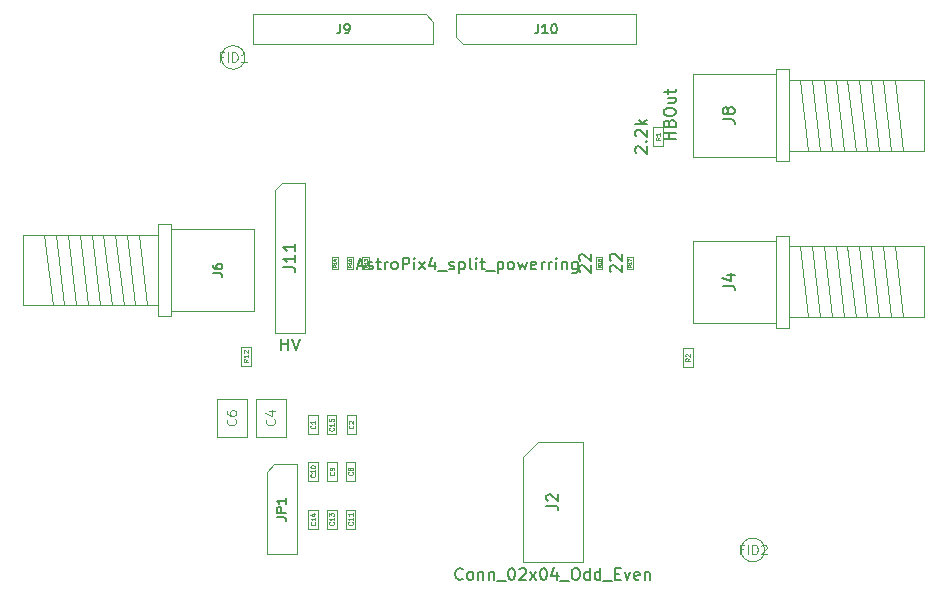
<source format=gbr>
G04 #@! TF.GenerationSoftware,KiCad,Pcbnew,7.0.7-7.0.7~ubuntu22.04.1*
G04 #@! TF.CreationDate,2023-09-29T12:00:57+02:00*
G04 #@! TF.ProjectId,astropix_v4,61737472-6f70-4697-985f-76342e6b6963,1.0*
G04 #@! TF.SameCoordinates,Original*
G04 #@! TF.FileFunction,AssemblyDrawing,Top*
%FSLAX46Y46*%
G04 Gerber Fmt 4.6, Leading zero omitted, Abs format (unit mm)*
G04 Created by KiCad (PCBNEW 7.0.7-7.0.7~ubuntu22.04.1) date 2023-09-29 12:00:57*
%MOMM*%
%LPD*%
G01*
G04 APERTURE LIST*
%ADD10C,0.060000*%
%ADD11C,0.150000*%
%ADD12C,0.120000*%
%ADD13C,0.040000*%
%ADD14C,0.100000*%
G04 APERTURE END LIST*
D10*
X120895432Y-92116266D02*
X120914480Y-92135314D01*
X120914480Y-92135314D02*
X120933527Y-92192456D01*
X120933527Y-92192456D02*
X120933527Y-92230552D01*
X120933527Y-92230552D02*
X120914480Y-92287695D01*
X120914480Y-92287695D02*
X120876384Y-92325790D01*
X120876384Y-92325790D02*
X120838289Y-92344837D01*
X120838289Y-92344837D02*
X120762099Y-92363885D01*
X120762099Y-92363885D02*
X120704956Y-92363885D01*
X120704956Y-92363885D02*
X120628765Y-92344837D01*
X120628765Y-92344837D02*
X120590670Y-92325790D01*
X120590670Y-92325790D02*
X120552575Y-92287695D01*
X120552575Y-92287695D02*
X120533527Y-92230552D01*
X120533527Y-92230552D02*
X120533527Y-92192456D01*
X120533527Y-92192456D02*
X120552575Y-92135314D01*
X120552575Y-92135314D02*
X120571622Y-92116266D01*
X120704956Y-91887695D02*
X120685908Y-91925790D01*
X120685908Y-91925790D02*
X120666860Y-91944837D01*
X120666860Y-91944837D02*
X120628765Y-91963885D01*
X120628765Y-91963885D02*
X120609718Y-91963885D01*
X120609718Y-91963885D02*
X120571622Y-91944837D01*
X120571622Y-91944837D02*
X120552575Y-91925790D01*
X120552575Y-91925790D02*
X120533527Y-91887695D01*
X120533527Y-91887695D02*
X120533527Y-91811504D01*
X120533527Y-91811504D02*
X120552575Y-91773409D01*
X120552575Y-91773409D02*
X120571622Y-91754361D01*
X120571622Y-91754361D02*
X120609718Y-91735314D01*
X120609718Y-91735314D02*
X120628765Y-91735314D01*
X120628765Y-91735314D02*
X120666860Y-91754361D01*
X120666860Y-91754361D02*
X120685908Y-91773409D01*
X120685908Y-91773409D02*
X120704956Y-91811504D01*
X120704956Y-91811504D02*
X120704956Y-91887695D01*
X120704956Y-91887695D02*
X120724003Y-91925790D01*
X120724003Y-91925790D02*
X120743051Y-91944837D01*
X120743051Y-91944837D02*
X120781146Y-91963885D01*
X120781146Y-91963885D02*
X120857337Y-91963885D01*
X120857337Y-91963885D02*
X120895432Y-91944837D01*
X120895432Y-91944837D02*
X120914480Y-91925790D01*
X120914480Y-91925790D02*
X120933527Y-91887695D01*
X120933527Y-91887695D02*
X120933527Y-91811504D01*
X120933527Y-91811504D02*
X120914480Y-91773409D01*
X120914480Y-91773409D02*
X120895432Y-91754361D01*
X120895432Y-91754361D02*
X120857337Y-91735314D01*
X120857337Y-91735314D02*
X120781146Y-91735314D01*
X120781146Y-91735314D02*
X120743051Y-91754361D01*
X120743051Y-91754361D02*
X120724003Y-91773409D01*
X120724003Y-91773409D02*
X120704956Y-91811504D01*
X119320632Y-92116266D02*
X119339680Y-92135314D01*
X119339680Y-92135314D02*
X119358727Y-92192456D01*
X119358727Y-92192456D02*
X119358727Y-92230552D01*
X119358727Y-92230552D02*
X119339680Y-92287695D01*
X119339680Y-92287695D02*
X119301584Y-92325790D01*
X119301584Y-92325790D02*
X119263489Y-92344837D01*
X119263489Y-92344837D02*
X119187299Y-92363885D01*
X119187299Y-92363885D02*
X119130156Y-92363885D01*
X119130156Y-92363885D02*
X119053965Y-92344837D01*
X119053965Y-92344837D02*
X119015870Y-92325790D01*
X119015870Y-92325790D02*
X118977775Y-92287695D01*
X118977775Y-92287695D02*
X118958727Y-92230552D01*
X118958727Y-92230552D02*
X118958727Y-92192456D01*
X118958727Y-92192456D02*
X118977775Y-92135314D01*
X118977775Y-92135314D02*
X118996822Y-92116266D01*
X119358727Y-91925790D02*
X119358727Y-91849599D01*
X119358727Y-91849599D02*
X119339680Y-91811504D01*
X119339680Y-91811504D02*
X119320632Y-91792456D01*
X119320632Y-91792456D02*
X119263489Y-91754361D01*
X119263489Y-91754361D02*
X119187299Y-91735314D01*
X119187299Y-91735314D02*
X119034918Y-91735314D01*
X119034918Y-91735314D02*
X118996822Y-91754361D01*
X118996822Y-91754361D02*
X118977775Y-91773409D01*
X118977775Y-91773409D02*
X118958727Y-91811504D01*
X118958727Y-91811504D02*
X118958727Y-91887695D01*
X118958727Y-91887695D02*
X118977775Y-91925790D01*
X118977775Y-91925790D02*
X118996822Y-91944837D01*
X118996822Y-91944837D02*
X119034918Y-91963885D01*
X119034918Y-91963885D02*
X119130156Y-91963885D01*
X119130156Y-91963885D02*
X119168251Y-91944837D01*
X119168251Y-91944837D02*
X119187299Y-91925790D01*
X119187299Y-91925790D02*
X119206346Y-91887695D01*
X119206346Y-91887695D02*
X119206346Y-91811504D01*
X119206346Y-91811504D02*
X119187299Y-91773409D01*
X119187299Y-91773409D02*
X119168251Y-91754361D01*
X119168251Y-91754361D02*
X119130156Y-91735314D01*
X117695032Y-92306742D02*
X117714080Y-92325790D01*
X117714080Y-92325790D02*
X117733127Y-92382932D01*
X117733127Y-92382932D02*
X117733127Y-92421028D01*
X117733127Y-92421028D02*
X117714080Y-92478171D01*
X117714080Y-92478171D02*
X117675984Y-92516266D01*
X117675984Y-92516266D02*
X117637889Y-92535313D01*
X117637889Y-92535313D02*
X117561699Y-92554361D01*
X117561699Y-92554361D02*
X117504556Y-92554361D01*
X117504556Y-92554361D02*
X117428365Y-92535313D01*
X117428365Y-92535313D02*
X117390270Y-92516266D01*
X117390270Y-92516266D02*
X117352175Y-92478171D01*
X117352175Y-92478171D02*
X117333127Y-92421028D01*
X117333127Y-92421028D02*
X117333127Y-92382932D01*
X117333127Y-92382932D02*
X117352175Y-92325790D01*
X117352175Y-92325790D02*
X117371222Y-92306742D01*
X117733127Y-91925790D02*
X117733127Y-92154361D01*
X117733127Y-92040075D02*
X117333127Y-92040075D01*
X117333127Y-92040075D02*
X117390270Y-92078171D01*
X117390270Y-92078171D02*
X117428365Y-92116266D01*
X117428365Y-92116266D02*
X117447413Y-92154361D01*
X117333127Y-91678171D02*
X117333127Y-91640076D01*
X117333127Y-91640076D02*
X117352175Y-91601980D01*
X117352175Y-91601980D02*
X117371222Y-91582933D01*
X117371222Y-91582933D02*
X117409318Y-91563885D01*
X117409318Y-91563885D02*
X117485508Y-91544838D01*
X117485508Y-91544838D02*
X117580746Y-91544838D01*
X117580746Y-91544838D02*
X117656937Y-91563885D01*
X117656937Y-91563885D02*
X117695032Y-91582933D01*
X117695032Y-91582933D02*
X117714080Y-91601980D01*
X117714080Y-91601980D02*
X117733127Y-91640076D01*
X117733127Y-91640076D02*
X117733127Y-91678171D01*
X117733127Y-91678171D02*
X117714080Y-91716266D01*
X117714080Y-91716266D02*
X117695032Y-91735314D01*
X117695032Y-91735314D02*
X117656937Y-91754361D01*
X117656937Y-91754361D02*
X117580746Y-91773409D01*
X117580746Y-91773409D02*
X117485508Y-91773409D01*
X117485508Y-91773409D02*
X117409318Y-91754361D01*
X117409318Y-91754361D02*
X117371222Y-91735314D01*
X117371222Y-91735314D02*
X117352175Y-91716266D01*
X117352175Y-91716266D02*
X117333127Y-91678171D01*
D11*
X109082295Y-75266666D02*
X109653723Y-75266666D01*
X109653723Y-75266666D02*
X109768009Y-75304761D01*
X109768009Y-75304761D02*
X109844200Y-75380952D01*
X109844200Y-75380952D02*
X109882295Y-75495237D01*
X109882295Y-75495237D02*
X109882295Y-75571428D01*
X109082295Y-74542856D02*
X109082295Y-74695237D01*
X109082295Y-74695237D02*
X109120390Y-74771428D01*
X109120390Y-74771428D02*
X109158485Y-74809523D01*
X109158485Y-74809523D02*
X109272771Y-74885713D01*
X109272771Y-74885713D02*
X109425152Y-74923809D01*
X109425152Y-74923809D02*
X109729914Y-74923809D01*
X109729914Y-74923809D02*
X109806104Y-74885713D01*
X109806104Y-74885713D02*
X109844200Y-74847618D01*
X109844200Y-74847618D02*
X109882295Y-74771428D01*
X109882295Y-74771428D02*
X109882295Y-74619047D01*
X109882295Y-74619047D02*
X109844200Y-74542856D01*
X109844200Y-74542856D02*
X109806104Y-74504761D01*
X109806104Y-74504761D02*
X109729914Y-74466666D01*
X109729914Y-74466666D02*
X109539438Y-74466666D01*
X109539438Y-74466666D02*
X109463247Y-74504761D01*
X109463247Y-74504761D02*
X109425152Y-74542856D01*
X109425152Y-74542856D02*
X109387057Y-74619047D01*
X109387057Y-74619047D02*
X109387057Y-74771428D01*
X109387057Y-74771428D02*
X109425152Y-74847618D01*
X109425152Y-74847618D02*
X109463247Y-74885713D01*
X109463247Y-74885713D02*
X109539438Y-74923809D01*
X119875333Y-54172295D02*
X119875333Y-54743723D01*
X119875333Y-54743723D02*
X119837238Y-54858009D01*
X119837238Y-54858009D02*
X119761047Y-54934200D01*
X119761047Y-54934200D02*
X119646762Y-54972295D01*
X119646762Y-54972295D02*
X119570571Y-54972295D01*
X120294381Y-54972295D02*
X120446762Y-54972295D01*
X120446762Y-54972295D02*
X120522952Y-54934200D01*
X120522952Y-54934200D02*
X120561048Y-54896104D01*
X120561048Y-54896104D02*
X120637238Y-54781819D01*
X120637238Y-54781819D02*
X120675333Y-54629438D01*
X120675333Y-54629438D02*
X120675333Y-54324676D01*
X120675333Y-54324676D02*
X120637238Y-54248485D01*
X120637238Y-54248485D02*
X120599143Y-54210390D01*
X120599143Y-54210390D02*
X120522952Y-54172295D01*
X120522952Y-54172295D02*
X120370571Y-54172295D01*
X120370571Y-54172295D02*
X120294381Y-54210390D01*
X120294381Y-54210390D02*
X120256286Y-54248485D01*
X120256286Y-54248485D02*
X120218190Y-54324676D01*
X120218190Y-54324676D02*
X120218190Y-54515152D01*
X120218190Y-54515152D02*
X120256286Y-54591342D01*
X120256286Y-54591342D02*
X120294381Y-54629438D01*
X120294381Y-54629438D02*
X120370571Y-54667533D01*
X120370571Y-54667533D02*
X120522952Y-54667533D01*
X120522952Y-54667533D02*
X120599143Y-54629438D01*
X120599143Y-54629438D02*
X120637238Y-54591342D01*
X120637238Y-54591342D02*
X120675333Y-54515152D01*
D12*
X110980864Y-87636332D02*
X111018960Y-87674428D01*
X111018960Y-87674428D02*
X111057055Y-87788713D01*
X111057055Y-87788713D02*
X111057055Y-87864904D01*
X111057055Y-87864904D02*
X111018960Y-87979190D01*
X111018960Y-87979190D02*
X110942769Y-88055380D01*
X110942769Y-88055380D02*
X110866579Y-88093475D01*
X110866579Y-88093475D02*
X110714198Y-88131571D01*
X110714198Y-88131571D02*
X110599912Y-88131571D01*
X110599912Y-88131571D02*
X110447531Y-88093475D01*
X110447531Y-88093475D02*
X110371340Y-88055380D01*
X110371340Y-88055380D02*
X110295150Y-87979190D01*
X110295150Y-87979190D02*
X110257055Y-87864904D01*
X110257055Y-87864904D02*
X110257055Y-87788713D01*
X110257055Y-87788713D02*
X110295150Y-87674428D01*
X110295150Y-87674428D02*
X110333245Y-87636332D01*
X110257055Y-86950618D02*
X110257055Y-87102999D01*
X110257055Y-87102999D02*
X110295150Y-87179190D01*
X110295150Y-87179190D02*
X110333245Y-87217285D01*
X110333245Y-87217285D02*
X110447531Y-87293475D01*
X110447531Y-87293475D02*
X110599912Y-87331571D01*
X110599912Y-87331571D02*
X110904674Y-87331571D01*
X110904674Y-87331571D02*
X110980864Y-87293475D01*
X110980864Y-87293475D02*
X111018960Y-87255380D01*
X111018960Y-87255380D02*
X111057055Y-87179190D01*
X111057055Y-87179190D02*
X111057055Y-87026809D01*
X111057055Y-87026809D02*
X111018960Y-86950618D01*
X111018960Y-86950618D02*
X110980864Y-86912523D01*
X110980864Y-86912523D02*
X110904674Y-86874428D01*
X110904674Y-86874428D02*
X110714198Y-86874428D01*
X110714198Y-86874428D02*
X110638007Y-86912523D01*
X110638007Y-86912523D02*
X110599912Y-86950618D01*
X110599912Y-86950618D02*
X110561817Y-87026809D01*
X110561817Y-87026809D02*
X110561817Y-87179190D01*
X110561817Y-87179190D02*
X110599912Y-87255380D01*
X110599912Y-87255380D02*
X110638007Y-87293475D01*
X110638007Y-87293475D02*
X110714198Y-87331571D01*
X114282864Y-87636332D02*
X114320960Y-87674428D01*
X114320960Y-87674428D02*
X114359055Y-87788713D01*
X114359055Y-87788713D02*
X114359055Y-87864904D01*
X114359055Y-87864904D02*
X114320960Y-87979190D01*
X114320960Y-87979190D02*
X114244769Y-88055380D01*
X114244769Y-88055380D02*
X114168579Y-88093475D01*
X114168579Y-88093475D02*
X114016198Y-88131571D01*
X114016198Y-88131571D02*
X113901912Y-88131571D01*
X113901912Y-88131571D02*
X113749531Y-88093475D01*
X113749531Y-88093475D02*
X113673340Y-88055380D01*
X113673340Y-88055380D02*
X113597150Y-87979190D01*
X113597150Y-87979190D02*
X113559055Y-87864904D01*
X113559055Y-87864904D02*
X113559055Y-87788713D01*
X113559055Y-87788713D02*
X113597150Y-87674428D01*
X113597150Y-87674428D02*
X113635245Y-87636332D01*
X113825721Y-86950618D02*
X114359055Y-86950618D01*
X113520960Y-87141094D02*
X114092388Y-87331571D01*
X114092388Y-87331571D02*
X114092388Y-86836332D01*
D10*
X153942857Y-98647927D02*
X153676191Y-98647927D01*
X153676191Y-99066975D02*
X153676191Y-98266975D01*
X153676191Y-98266975D02*
X154057143Y-98266975D01*
X154361905Y-99066975D02*
X154361905Y-98266975D01*
X154742857Y-99066975D02*
X154742857Y-98266975D01*
X154742857Y-98266975D02*
X154933333Y-98266975D01*
X154933333Y-98266975D02*
X155047619Y-98305070D01*
X155047619Y-98305070D02*
X155123809Y-98381260D01*
X155123809Y-98381260D02*
X155161904Y-98457451D01*
X155161904Y-98457451D02*
X155200000Y-98609832D01*
X155200000Y-98609832D02*
X155200000Y-98724118D01*
X155200000Y-98724118D02*
X155161904Y-98876499D01*
X155161904Y-98876499D02*
X155123809Y-98952689D01*
X155123809Y-98952689D02*
X155047619Y-99028880D01*
X155047619Y-99028880D02*
X154933333Y-99066975D01*
X154933333Y-99066975D02*
X154742857Y-99066975D01*
X155504761Y-98343165D02*
X155542857Y-98305070D01*
X155542857Y-98305070D02*
X155619047Y-98266975D01*
X155619047Y-98266975D02*
X155809523Y-98266975D01*
X155809523Y-98266975D02*
X155885714Y-98305070D01*
X155885714Y-98305070D02*
X155923809Y-98343165D01*
X155923809Y-98343165D02*
X155961904Y-98419356D01*
X155961904Y-98419356D02*
X155961904Y-98495546D01*
X155961904Y-98495546D02*
X155923809Y-98609832D01*
X155923809Y-98609832D02*
X155466666Y-99066975D01*
X155466666Y-99066975D02*
X155961904Y-99066975D01*
D11*
X136639380Y-54172295D02*
X136639380Y-54743723D01*
X136639380Y-54743723D02*
X136601285Y-54858009D01*
X136601285Y-54858009D02*
X136525094Y-54934200D01*
X136525094Y-54934200D02*
X136410809Y-54972295D01*
X136410809Y-54972295D02*
X136334618Y-54972295D01*
X137439380Y-54972295D02*
X136982237Y-54972295D01*
X137210809Y-54972295D02*
X137210809Y-54172295D01*
X137210809Y-54172295D02*
X137134618Y-54286580D01*
X137134618Y-54286580D02*
X137058428Y-54362771D01*
X137058428Y-54362771D02*
X136982237Y-54400866D01*
X137934619Y-54172295D02*
X138010809Y-54172295D01*
X138010809Y-54172295D02*
X138087000Y-54210390D01*
X138087000Y-54210390D02*
X138125095Y-54248485D01*
X138125095Y-54248485D02*
X138163190Y-54324676D01*
X138163190Y-54324676D02*
X138201285Y-54477057D01*
X138201285Y-54477057D02*
X138201285Y-54667533D01*
X138201285Y-54667533D02*
X138163190Y-54819914D01*
X138163190Y-54819914D02*
X138125095Y-54896104D01*
X138125095Y-54896104D02*
X138087000Y-54934200D01*
X138087000Y-54934200D02*
X138010809Y-54972295D01*
X138010809Y-54972295D02*
X137934619Y-54972295D01*
X137934619Y-54972295D02*
X137858428Y-54934200D01*
X137858428Y-54934200D02*
X137820333Y-54896104D01*
X137820333Y-54896104D02*
X137782238Y-54819914D01*
X137782238Y-54819914D02*
X137744142Y-54667533D01*
X137744142Y-54667533D02*
X137744142Y-54477057D01*
X137744142Y-54477057D02*
X137782238Y-54324676D01*
X137782238Y-54324676D02*
X137820333Y-54248485D01*
X137820333Y-54248485D02*
X137858428Y-54210390D01*
X137858428Y-54210390D02*
X137934619Y-54172295D01*
X114471895Y-95916666D02*
X115043323Y-95916666D01*
X115043323Y-95916666D02*
X115157609Y-95954761D01*
X115157609Y-95954761D02*
X115233800Y-96030952D01*
X115233800Y-96030952D02*
X115271895Y-96145237D01*
X115271895Y-96145237D02*
X115271895Y-96221428D01*
X115271895Y-95535713D02*
X114471895Y-95535713D01*
X114471895Y-95535713D02*
X114471895Y-95230951D01*
X114471895Y-95230951D02*
X114509990Y-95154761D01*
X114509990Y-95154761D02*
X114548085Y-95116666D01*
X114548085Y-95116666D02*
X114624276Y-95078570D01*
X114624276Y-95078570D02*
X114738561Y-95078570D01*
X114738561Y-95078570D02*
X114814752Y-95116666D01*
X114814752Y-95116666D02*
X114852847Y-95154761D01*
X114852847Y-95154761D02*
X114890942Y-95230951D01*
X114890942Y-95230951D02*
X114890942Y-95535713D01*
X115271895Y-94316666D02*
X115271895Y-94773809D01*
X115271895Y-94545237D02*
X114471895Y-94545237D01*
X114471895Y-94545237D02*
X114586180Y-94621428D01*
X114586180Y-94621428D02*
X114662371Y-94697618D01*
X114662371Y-94697618D02*
X114700466Y-94773809D01*
D10*
X120895432Y-96345342D02*
X120914480Y-96364390D01*
X120914480Y-96364390D02*
X120933527Y-96421532D01*
X120933527Y-96421532D02*
X120933527Y-96459628D01*
X120933527Y-96459628D02*
X120914480Y-96516771D01*
X120914480Y-96516771D02*
X120876384Y-96554866D01*
X120876384Y-96554866D02*
X120838289Y-96573913D01*
X120838289Y-96573913D02*
X120762099Y-96592961D01*
X120762099Y-96592961D02*
X120704956Y-96592961D01*
X120704956Y-96592961D02*
X120628765Y-96573913D01*
X120628765Y-96573913D02*
X120590670Y-96554866D01*
X120590670Y-96554866D02*
X120552575Y-96516771D01*
X120552575Y-96516771D02*
X120533527Y-96459628D01*
X120533527Y-96459628D02*
X120533527Y-96421532D01*
X120533527Y-96421532D02*
X120552575Y-96364390D01*
X120552575Y-96364390D02*
X120571622Y-96345342D01*
X120933527Y-95964390D02*
X120933527Y-96192961D01*
X120933527Y-96078675D02*
X120533527Y-96078675D01*
X120533527Y-96078675D02*
X120590670Y-96116771D01*
X120590670Y-96116771D02*
X120628765Y-96154866D01*
X120628765Y-96154866D02*
X120647813Y-96192961D01*
X120933527Y-95583438D02*
X120933527Y-95812009D01*
X120933527Y-95697723D02*
X120533527Y-95697723D01*
X120533527Y-95697723D02*
X120590670Y-95735819D01*
X120590670Y-95735819D02*
X120628765Y-95773914D01*
X120628765Y-95773914D02*
X120647813Y-95812009D01*
X119295232Y-96345342D02*
X119314280Y-96364390D01*
X119314280Y-96364390D02*
X119333327Y-96421532D01*
X119333327Y-96421532D02*
X119333327Y-96459628D01*
X119333327Y-96459628D02*
X119314280Y-96516771D01*
X119314280Y-96516771D02*
X119276184Y-96554866D01*
X119276184Y-96554866D02*
X119238089Y-96573913D01*
X119238089Y-96573913D02*
X119161899Y-96592961D01*
X119161899Y-96592961D02*
X119104756Y-96592961D01*
X119104756Y-96592961D02*
X119028565Y-96573913D01*
X119028565Y-96573913D02*
X118990470Y-96554866D01*
X118990470Y-96554866D02*
X118952375Y-96516771D01*
X118952375Y-96516771D02*
X118933327Y-96459628D01*
X118933327Y-96459628D02*
X118933327Y-96421532D01*
X118933327Y-96421532D02*
X118952375Y-96364390D01*
X118952375Y-96364390D02*
X118971422Y-96345342D01*
X119333327Y-95964390D02*
X119333327Y-96192961D01*
X119333327Y-96078675D02*
X118933327Y-96078675D01*
X118933327Y-96078675D02*
X118990470Y-96116771D01*
X118990470Y-96116771D02*
X119028565Y-96154866D01*
X119028565Y-96154866D02*
X119047613Y-96192961D01*
X118933327Y-95831057D02*
X118933327Y-95583438D01*
X118933327Y-95583438D02*
X119085708Y-95716771D01*
X119085708Y-95716771D02*
X119085708Y-95659628D01*
X119085708Y-95659628D02*
X119104756Y-95621533D01*
X119104756Y-95621533D02*
X119123803Y-95602485D01*
X119123803Y-95602485D02*
X119161899Y-95583438D01*
X119161899Y-95583438D02*
X119257137Y-95583438D01*
X119257137Y-95583438D02*
X119295232Y-95602485D01*
X119295232Y-95602485D02*
X119314280Y-95621533D01*
X119314280Y-95621533D02*
X119333327Y-95659628D01*
X119333327Y-95659628D02*
X119333327Y-95773914D01*
X119333327Y-95773914D02*
X119314280Y-95812009D01*
X119314280Y-95812009D02*
X119295232Y-95831057D01*
X112081927Y-82557142D02*
X111891451Y-82690475D01*
X112081927Y-82785713D02*
X111681927Y-82785713D01*
X111681927Y-82785713D02*
X111681927Y-82633332D01*
X111681927Y-82633332D02*
X111700975Y-82595237D01*
X111700975Y-82595237D02*
X111720022Y-82576190D01*
X111720022Y-82576190D02*
X111758118Y-82557142D01*
X111758118Y-82557142D02*
X111815260Y-82557142D01*
X111815260Y-82557142D02*
X111853356Y-82576190D01*
X111853356Y-82576190D02*
X111872403Y-82595237D01*
X111872403Y-82595237D02*
X111891451Y-82633332D01*
X111891451Y-82633332D02*
X111891451Y-82785713D01*
X112081927Y-82176190D02*
X112081927Y-82404761D01*
X112081927Y-82290475D02*
X111681927Y-82290475D01*
X111681927Y-82290475D02*
X111739070Y-82328571D01*
X111739070Y-82328571D02*
X111777165Y-82366666D01*
X111777165Y-82366666D02*
X111796213Y-82404761D01*
X111720022Y-82023809D02*
X111700975Y-82004761D01*
X111700975Y-82004761D02*
X111681927Y-81966666D01*
X111681927Y-81966666D02*
X111681927Y-81871428D01*
X111681927Y-81871428D02*
X111700975Y-81833333D01*
X111700975Y-81833333D02*
X111720022Y-81814285D01*
X111720022Y-81814285D02*
X111758118Y-81795238D01*
X111758118Y-81795238D02*
X111796213Y-81795238D01*
X111796213Y-81795238D02*
X111853356Y-81814285D01*
X111853356Y-81814285D02*
X112081927Y-82042857D01*
X112081927Y-82042857D02*
X112081927Y-81795238D01*
X117720432Y-96345342D02*
X117739480Y-96364390D01*
X117739480Y-96364390D02*
X117758527Y-96421532D01*
X117758527Y-96421532D02*
X117758527Y-96459628D01*
X117758527Y-96459628D02*
X117739480Y-96516771D01*
X117739480Y-96516771D02*
X117701384Y-96554866D01*
X117701384Y-96554866D02*
X117663289Y-96573913D01*
X117663289Y-96573913D02*
X117587099Y-96592961D01*
X117587099Y-96592961D02*
X117529956Y-96592961D01*
X117529956Y-96592961D02*
X117453765Y-96573913D01*
X117453765Y-96573913D02*
X117415670Y-96554866D01*
X117415670Y-96554866D02*
X117377575Y-96516771D01*
X117377575Y-96516771D02*
X117358527Y-96459628D01*
X117358527Y-96459628D02*
X117358527Y-96421532D01*
X117358527Y-96421532D02*
X117377575Y-96364390D01*
X117377575Y-96364390D02*
X117396622Y-96345342D01*
X117758527Y-95964390D02*
X117758527Y-96192961D01*
X117758527Y-96078675D02*
X117358527Y-96078675D01*
X117358527Y-96078675D02*
X117415670Y-96116771D01*
X117415670Y-96116771D02*
X117453765Y-96154866D01*
X117453765Y-96154866D02*
X117472813Y-96192961D01*
X117491860Y-95621533D02*
X117758527Y-95621533D01*
X117339480Y-95716771D02*
X117625194Y-95812009D01*
X117625194Y-95812009D02*
X117625194Y-95564390D01*
D13*
X122118200Y-74567142D02*
X121994391Y-74653809D01*
X122118200Y-74715714D02*
X121858200Y-74715714D01*
X121858200Y-74715714D02*
X121858200Y-74616666D01*
X121858200Y-74616666D02*
X121870581Y-74591904D01*
X121870581Y-74591904D02*
X121882962Y-74579523D01*
X121882962Y-74579523D02*
X121907724Y-74567142D01*
X121907724Y-74567142D02*
X121944867Y-74567142D01*
X121944867Y-74567142D02*
X121969629Y-74579523D01*
X121969629Y-74579523D02*
X121982010Y-74591904D01*
X121982010Y-74591904D02*
X121994391Y-74616666D01*
X121994391Y-74616666D02*
X121994391Y-74715714D01*
X122118200Y-74319523D02*
X122118200Y-74468095D01*
X122118200Y-74393809D02*
X121858200Y-74393809D01*
X121858200Y-74393809D02*
X121895343Y-74418571D01*
X121895343Y-74418571D02*
X121920105Y-74443333D01*
X121920105Y-74443333D02*
X121932486Y-74468095D01*
X121858200Y-74232857D02*
X121858200Y-74071904D01*
X121858200Y-74071904D02*
X121957248Y-74158571D01*
X121957248Y-74158571D02*
X121957248Y-74121428D01*
X121957248Y-74121428D02*
X121969629Y-74096666D01*
X121969629Y-74096666D02*
X121982010Y-74084285D01*
X121982010Y-74084285D02*
X122006772Y-74071904D01*
X122006772Y-74071904D02*
X122068677Y-74071904D01*
X122068677Y-74071904D02*
X122093439Y-74084285D01*
X122093439Y-74084285D02*
X122105820Y-74096666D01*
X122105820Y-74096666D02*
X122118200Y-74121428D01*
X122118200Y-74121428D02*
X122118200Y-74195714D01*
X122118200Y-74195714D02*
X122105820Y-74220476D01*
X122105820Y-74220476D02*
X122093439Y-74232857D01*
X119518200Y-74567142D02*
X119394391Y-74653809D01*
X119518200Y-74715714D02*
X119258200Y-74715714D01*
X119258200Y-74715714D02*
X119258200Y-74616666D01*
X119258200Y-74616666D02*
X119270581Y-74591904D01*
X119270581Y-74591904D02*
X119282962Y-74579523D01*
X119282962Y-74579523D02*
X119307724Y-74567142D01*
X119307724Y-74567142D02*
X119344867Y-74567142D01*
X119344867Y-74567142D02*
X119369629Y-74579523D01*
X119369629Y-74579523D02*
X119382010Y-74591904D01*
X119382010Y-74591904D02*
X119394391Y-74616666D01*
X119394391Y-74616666D02*
X119394391Y-74715714D01*
X119518200Y-74319523D02*
X119518200Y-74468095D01*
X119518200Y-74393809D02*
X119258200Y-74393809D01*
X119258200Y-74393809D02*
X119295343Y-74418571D01*
X119295343Y-74418571D02*
X119320105Y-74443333D01*
X119320105Y-74443333D02*
X119332486Y-74468095D01*
X119344867Y-74096666D02*
X119518200Y-74096666D01*
X119245820Y-74158571D02*
X119431534Y-74220476D01*
X119431534Y-74220476D02*
X119431534Y-74059523D01*
X120818200Y-74567142D02*
X120694391Y-74653809D01*
X120818200Y-74715714D02*
X120558200Y-74715714D01*
X120558200Y-74715714D02*
X120558200Y-74616666D01*
X120558200Y-74616666D02*
X120570581Y-74591904D01*
X120570581Y-74591904D02*
X120582962Y-74579523D01*
X120582962Y-74579523D02*
X120607724Y-74567142D01*
X120607724Y-74567142D02*
X120644867Y-74567142D01*
X120644867Y-74567142D02*
X120669629Y-74579523D01*
X120669629Y-74579523D02*
X120682010Y-74591904D01*
X120682010Y-74591904D02*
X120694391Y-74616666D01*
X120694391Y-74616666D02*
X120694391Y-74715714D01*
X120818200Y-74319523D02*
X120818200Y-74468095D01*
X120818200Y-74393809D02*
X120558200Y-74393809D01*
X120558200Y-74393809D02*
X120595343Y-74418571D01*
X120595343Y-74418571D02*
X120620105Y-74443333D01*
X120620105Y-74443333D02*
X120632486Y-74468095D01*
X120558200Y-74158571D02*
X120558200Y-74133809D01*
X120558200Y-74133809D02*
X120570581Y-74109047D01*
X120570581Y-74109047D02*
X120582962Y-74096666D01*
X120582962Y-74096666D02*
X120607724Y-74084285D01*
X120607724Y-74084285D02*
X120657248Y-74071904D01*
X120657248Y-74071904D02*
X120719153Y-74071904D01*
X120719153Y-74071904D02*
X120768677Y-74084285D01*
X120768677Y-74084285D02*
X120793439Y-74096666D01*
X120793439Y-74096666D02*
X120805820Y-74109047D01*
X120805820Y-74109047D02*
X120818200Y-74133809D01*
X120818200Y-74133809D02*
X120818200Y-74158571D01*
X120818200Y-74158571D02*
X120805820Y-74183333D01*
X120805820Y-74183333D02*
X120793439Y-74195714D01*
X120793439Y-74195714D02*
X120768677Y-74208095D01*
X120768677Y-74208095D02*
X120719153Y-74220476D01*
X120719153Y-74220476D02*
X120657248Y-74220476D01*
X120657248Y-74220476D02*
X120607724Y-74208095D01*
X120607724Y-74208095D02*
X120582962Y-74195714D01*
X120582962Y-74195714D02*
X120570581Y-74183333D01*
X120570581Y-74183333D02*
X120558200Y-74158571D01*
D10*
X109942857Y-56947927D02*
X109676191Y-56947927D01*
X109676191Y-57366975D02*
X109676191Y-56566975D01*
X109676191Y-56566975D02*
X110057143Y-56566975D01*
X110361905Y-57366975D02*
X110361905Y-56566975D01*
X110742857Y-57366975D02*
X110742857Y-56566975D01*
X110742857Y-56566975D02*
X110933333Y-56566975D01*
X110933333Y-56566975D02*
X111047619Y-56605070D01*
X111047619Y-56605070D02*
X111123809Y-56681260D01*
X111123809Y-56681260D02*
X111161904Y-56757451D01*
X111161904Y-56757451D02*
X111200000Y-56909832D01*
X111200000Y-56909832D02*
X111200000Y-57024118D01*
X111200000Y-57024118D02*
X111161904Y-57176499D01*
X111161904Y-57176499D02*
X111123809Y-57252689D01*
X111123809Y-57252689D02*
X111047619Y-57328880D01*
X111047619Y-57328880D02*
X110933333Y-57366975D01*
X110933333Y-57366975D02*
X110742857Y-57366975D01*
X111961904Y-57366975D02*
X111504761Y-57366975D01*
X111733333Y-57366975D02*
X111733333Y-56566975D01*
X111733333Y-56566975D02*
X111657142Y-56681260D01*
X111657142Y-56681260D02*
X111580952Y-56757451D01*
X111580952Y-56757451D02*
X111504761Y-56795546D01*
D11*
X140180057Y-75161904D02*
X140132438Y-75114285D01*
X140132438Y-75114285D02*
X140084819Y-75019047D01*
X140084819Y-75019047D02*
X140084819Y-74780952D01*
X140084819Y-74780952D02*
X140132438Y-74685714D01*
X140132438Y-74685714D02*
X140180057Y-74638095D01*
X140180057Y-74638095D02*
X140275295Y-74590476D01*
X140275295Y-74590476D02*
X140370533Y-74590476D01*
X140370533Y-74590476D02*
X140513390Y-74638095D01*
X140513390Y-74638095D02*
X141084819Y-75209523D01*
X141084819Y-75209523D02*
X141084819Y-74590476D01*
X140180057Y-74209523D02*
X140132438Y-74161904D01*
X140132438Y-74161904D02*
X140084819Y-74066666D01*
X140084819Y-74066666D02*
X140084819Y-73828571D01*
X140084819Y-73828571D02*
X140132438Y-73733333D01*
X140132438Y-73733333D02*
X140180057Y-73685714D01*
X140180057Y-73685714D02*
X140275295Y-73638095D01*
X140275295Y-73638095D02*
X140370533Y-73638095D01*
X140370533Y-73638095D02*
X140513390Y-73685714D01*
X140513390Y-73685714D02*
X141084819Y-74257142D01*
X141084819Y-74257142D02*
X141084819Y-73638095D01*
D13*
X141918200Y-74567142D02*
X141794391Y-74653809D01*
X141918200Y-74715714D02*
X141658200Y-74715714D01*
X141658200Y-74715714D02*
X141658200Y-74616666D01*
X141658200Y-74616666D02*
X141670581Y-74591904D01*
X141670581Y-74591904D02*
X141682962Y-74579523D01*
X141682962Y-74579523D02*
X141707724Y-74567142D01*
X141707724Y-74567142D02*
X141744867Y-74567142D01*
X141744867Y-74567142D02*
X141769629Y-74579523D01*
X141769629Y-74579523D02*
X141782010Y-74591904D01*
X141782010Y-74591904D02*
X141794391Y-74616666D01*
X141794391Y-74616666D02*
X141794391Y-74715714D01*
X141918200Y-74319523D02*
X141918200Y-74468095D01*
X141918200Y-74393809D02*
X141658200Y-74393809D01*
X141658200Y-74393809D02*
X141695343Y-74418571D01*
X141695343Y-74418571D02*
X141720105Y-74443333D01*
X141720105Y-74443333D02*
X141732486Y-74468095D01*
X141769629Y-74170952D02*
X141757248Y-74195714D01*
X141757248Y-74195714D02*
X141744867Y-74208095D01*
X141744867Y-74208095D02*
X141720105Y-74220476D01*
X141720105Y-74220476D02*
X141707724Y-74220476D01*
X141707724Y-74220476D02*
X141682962Y-74208095D01*
X141682962Y-74208095D02*
X141670581Y-74195714D01*
X141670581Y-74195714D02*
X141658200Y-74170952D01*
X141658200Y-74170952D02*
X141658200Y-74121428D01*
X141658200Y-74121428D02*
X141670581Y-74096666D01*
X141670581Y-74096666D02*
X141682962Y-74084285D01*
X141682962Y-74084285D02*
X141707724Y-74071904D01*
X141707724Y-74071904D02*
X141720105Y-74071904D01*
X141720105Y-74071904D02*
X141744867Y-74084285D01*
X141744867Y-74084285D02*
X141757248Y-74096666D01*
X141757248Y-74096666D02*
X141769629Y-74121428D01*
X141769629Y-74121428D02*
X141769629Y-74170952D01*
X141769629Y-74170952D02*
X141782010Y-74195714D01*
X141782010Y-74195714D02*
X141794391Y-74208095D01*
X141794391Y-74208095D02*
X141819153Y-74220476D01*
X141819153Y-74220476D02*
X141868677Y-74220476D01*
X141868677Y-74220476D02*
X141893439Y-74208095D01*
X141893439Y-74208095D02*
X141905820Y-74195714D01*
X141905820Y-74195714D02*
X141918200Y-74170952D01*
X141918200Y-74170952D02*
X141918200Y-74121428D01*
X141918200Y-74121428D02*
X141905820Y-74096666D01*
X141905820Y-74096666D02*
X141893439Y-74084285D01*
X141893439Y-74084285D02*
X141868677Y-74071904D01*
X141868677Y-74071904D02*
X141819153Y-74071904D01*
X141819153Y-74071904D02*
X141794391Y-74084285D01*
X141794391Y-74084285D02*
X141782010Y-74096666D01*
X141782010Y-74096666D02*
X141769629Y-74121428D01*
D11*
X152254819Y-76333333D02*
X152969104Y-76333333D01*
X152969104Y-76333333D02*
X153111961Y-76380952D01*
X153111961Y-76380952D02*
X153207200Y-76476190D01*
X153207200Y-76476190D02*
X153254819Y-76619047D01*
X153254819Y-76619047D02*
X153254819Y-76714285D01*
X152588152Y-75428571D02*
X153254819Y-75428571D01*
X152207200Y-75666666D02*
X152921485Y-75904761D01*
X152921485Y-75904761D02*
X152921485Y-75285714D01*
D10*
X120943832Y-88166666D02*
X120962880Y-88185714D01*
X120962880Y-88185714D02*
X120981927Y-88242856D01*
X120981927Y-88242856D02*
X120981927Y-88280952D01*
X120981927Y-88280952D02*
X120962880Y-88338095D01*
X120962880Y-88338095D02*
X120924784Y-88376190D01*
X120924784Y-88376190D02*
X120886689Y-88395237D01*
X120886689Y-88395237D02*
X120810499Y-88414285D01*
X120810499Y-88414285D02*
X120753356Y-88414285D01*
X120753356Y-88414285D02*
X120677165Y-88395237D01*
X120677165Y-88395237D02*
X120639070Y-88376190D01*
X120639070Y-88376190D02*
X120600975Y-88338095D01*
X120600975Y-88338095D02*
X120581927Y-88280952D01*
X120581927Y-88280952D02*
X120581927Y-88242856D01*
X120581927Y-88242856D02*
X120600975Y-88185714D01*
X120600975Y-88185714D02*
X120620022Y-88166666D01*
X120620022Y-88014285D02*
X120600975Y-87995237D01*
X120600975Y-87995237D02*
X120581927Y-87957142D01*
X120581927Y-87957142D02*
X120581927Y-87861904D01*
X120581927Y-87861904D02*
X120600975Y-87823809D01*
X120600975Y-87823809D02*
X120620022Y-87804761D01*
X120620022Y-87804761D02*
X120658118Y-87785714D01*
X120658118Y-87785714D02*
X120696213Y-87785714D01*
X120696213Y-87785714D02*
X120753356Y-87804761D01*
X120753356Y-87804761D02*
X120981927Y-88033333D01*
X120981927Y-88033333D02*
X120981927Y-87785714D01*
D11*
X114885714Y-81804819D02*
X114885714Y-80804819D01*
X114885714Y-81281009D02*
X115457142Y-81281009D01*
X115457142Y-81804819D02*
X115457142Y-80804819D01*
X115790476Y-80804819D02*
X116123809Y-81804819D01*
X116123809Y-81804819D02*
X116457142Y-80804819D01*
X115054819Y-74749523D02*
X115769104Y-74749523D01*
X115769104Y-74749523D02*
X115911961Y-74797142D01*
X115911961Y-74797142D02*
X116007200Y-74892380D01*
X116007200Y-74892380D02*
X116054819Y-75035237D01*
X116054819Y-75035237D02*
X116054819Y-75130475D01*
X116054819Y-73749523D02*
X116054819Y-74320951D01*
X116054819Y-74035237D02*
X115054819Y-74035237D01*
X115054819Y-74035237D02*
X115197676Y-74130475D01*
X115197676Y-74130475D02*
X115292914Y-74225713D01*
X115292914Y-74225713D02*
X115340533Y-74320951D01*
X116054819Y-72797142D02*
X116054819Y-73368570D01*
X116054819Y-73082856D02*
X115054819Y-73082856D01*
X115054819Y-73082856D02*
X115197676Y-73178094D01*
X115197676Y-73178094D02*
X115292914Y-73273332D01*
X115292914Y-73273332D02*
X115340533Y-73368570D01*
D10*
X119293832Y-88357142D02*
X119312880Y-88376190D01*
X119312880Y-88376190D02*
X119331927Y-88433332D01*
X119331927Y-88433332D02*
X119331927Y-88471428D01*
X119331927Y-88471428D02*
X119312880Y-88528571D01*
X119312880Y-88528571D02*
X119274784Y-88566666D01*
X119274784Y-88566666D02*
X119236689Y-88585713D01*
X119236689Y-88585713D02*
X119160499Y-88604761D01*
X119160499Y-88604761D02*
X119103356Y-88604761D01*
X119103356Y-88604761D02*
X119027165Y-88585713D01*
X119027165Y-88585713D02*
X118989070Y-88566666D01*
X118989070Y-88566666D02*
X118950975Y-88528571D01*
X118950975Y-88528571D02*
X118931927Y-88471428D01*
X118931927Y-88471428D02*
X118931927Y-88433332D01*
X118931927Y-88433332D02*
X118950975Y-88376190D01*
X118950975Y-88376190D02*
X118970022Y-88357142D01*
X119331927Y-87976190D02*
X119331927Y-88204761D01*
X119331927Y-88090475D02*
X118931927Y-88090475D01*
X118931927Y-88090475D02*
X118989070Y-88128571D01*
X118989070Y-88128571D02*
X119027165Y-88166666D01*
X119027165Y-88166666D02*
X119046213Y-88204761D01*
X118931927Y-87614285D02*
X118931927Y-87804761D01*
X118931927Y-87804761D02*
X119122403Y-87823809D01*
X119122403Y-87823809D02*
X119103356Y-87804761D01*
X119103356Y-87804761D02*
X119084308Y-87766666D01*
X119084308Y-87766666D02*
X119084308Y-87671428D01*
X119084308Y-87671428D02*
X119103356Y-87633333D01*
X119103356Y-87633333D02*
X119122403Y-87614285D01*
X119122403Y-87614285D02*
X119160499Y-87595238D01*
X119160499Y-87595238D02*
X119255737Y-87595238D01*
X119255737Y-87595238D02*
X119293832Y-87614285D01*
X119293832Y-87614285D02*
X119312880Y-87633333D01*
X119312880Y-87633333D02*
X119331927Y-87671428D01*
X119331927Y-87671428D02*
X119331927Y-87766666D01*
X119331927Y-87766666D02*
X119312880Y-87804761D01*
X119312880Y-87804761D02*
X119293832Y-87823809D01*
D11*
X130227141Y-101129580D02*
X130179522Y-101177200D01*
X130179522Y-101177200D02*
X130036665Y-101224819D01*
X130036665Y-101224819D02*
X129941427Y-101224819D01*
X129941427Y-101224819D02*
X129798570Y-101177200D01*
X129798570Y-101177200D02*
X129703332Y-101081961D01*
X129703332Y-101081961D02*
X129655713Y-100986723D01*
X129655713Y-100986723D02*
X129608094Y-100796247D01*
X129608094Y-100796247D02*
X129608094Y-100653390D01*
X129608094Y-100653390D02*
X129655713Y-100462914D01*
X129655713Y-100462914D02*
X129703332Y-100367676D01*
X129703332Y-100367676D02*
X129798570Y-100272438D01*
X129798570Y-100272438D02*
X129941427Y-100224819D01*
X129941427Y-100224819D02*
X130036665Y-100224819D01*
X130036665Y-100224819D02*
X130179522Y-100272438D01*
X130179522Y-100272438D02*
X130227141Y-100320057D01*
X130798570Y-101224819D02*
X130703332Y-101177200D01*
X130703332Y-101177200D02*
X130655713Y-101129580D01*
X130655713Y-101129580D02*
X130608094Y-101034342D01*
X130608094Y-101034342D02*
X130608094Y-100748628D01*
X130608094Y-100748628D02*
X130655713Y-100653390D01*
X130655713Y-100653390D02*
X130703332Y-100605771D01*
X130703332Y-100605771D02*
X130798570Y-100558152D01*
X130798570Y-100558152D02*
X130941427Y-100558152D01*
X130941427Y-100558152D02*
X131036665Y-100605771D01*
X131036665Y-100605771D02*
X131084284Y-100653390D01*
X131084284Y-100653390D02*
X131131903Y-100748628D01*
X131131903Y-100748628D02*
X131131903Y-101034342D01*
X131131903Y-101034342D02*
X131084284Y-101129580D01*
X131084284Y-101129580D02*
X131036665Y-101177200D01*
X131036665Y-101177200D02*
X130941427Y-101224819D01*
X130941427Y-101224819D02*
X130798570Y-101224819D01*
X131560475Y-100558152D02*
X131560475Y-101224819D01*
X131560475Y-100653390D02*
X131608094Y-100605771D01*
X131608094Y-100605771D02*
X131703332Y-100558152D01*
X131703332Y-100558152D02*
X131846189Y-100558152D01*
X131846189Y-100558152D02*
X131941427Y-100605771D01*
X131941427Y-100605771D02*
X131989046Y-100701009D01*
X131989046Y-100701009D02*
X131989046Y-101224819D01*
X132465237Y-100558152D02*
X132465237Y-101224819D01*
X132465237Y-100653390D02*
X132512856Y-100605771D01*
X132512856Y-100605771D02*
X132608094Y-100558152D01*
X132608094Y-100558152D02*
X132750951Y-100558152D01*
X132750951Y-100558152D02*
X132846189Y-100605771D01*
X132846189Y-100605771D02*
X132893808Y-100701009D01*
X132893808Y-100701009D02*
X132893808Y-101224819D01*
X133131904Y-101320057D02*
X133893808Y-101320057D01*
X134322380Y-100224819D02*
X134417618Y-100224819D01*
X134417618Y-100224819D02*
X134512856Y-100272438D01*
X134512856Y-100272438D02*
X134560475Y-100320057D01*
X134560475Y-100320057D02*
X134608094Y-100415295D01*
X134608094Y-100415295D02*
X134655713Y-100605771D01*
X134655713Y-100605771D02*
X134655713Y-100843866D01*
X134655713Y-100843866D02*
X134608094Y-101034342D01*
X134608094Y-101034342D02*
X134560475Y-101129580D01*
X134560475Y-101129580D02*
X134512856Y-101177200D01*
X134512856Y-101177200D02*
X134417618Y-101224819D01*
X134417618Y-101224819D02*
X134322380Y-101224819D01*
X134322380Y-101224819D02*
X134227142Y-101177200D01*
X134227142Y-101177200D02*
X134179523Y-101129580D01*
X134179523Y-101129580D02*
X134131904Y-101034342D01*
X134131904Y-101034342D02*
X134084285Y-100843866D01*
X134084285Y-100843866D02*
X134084285Y-100605771D01*
X134084285Y-100605771D02*
X134131904Y-100415295D01*
X134131904Y-100415295D02*
X134179523Y-100320057D01*
X134179523Y-100320057D02*
X134227142Y-100272438D01*
X134227142Y-100272438D02*
X134322380Y-100224819D01*
X135036666Y-100320057D02*
X135084285Y-100272438D01*
X135084285Y-100272438D02*
X135179523Y-100224819D01*
X135179523Y-100224819D02*
X135417618Y-100224819D01*
X135417618Y-100224819D02*
X135512856Y-100272438D01*
X135512856Y-100272438D02*
X135560475Y-100320057D01*
X135560475Y-100320057D02*
X135608094Y-100415295D01*
X135608094Y-100415295D02*
X135608094Y-100510533D01*
X135608094Y-100510533D02*
X135560475Y-100653390D01*
X135560475Y-100653390D02*
X134989047Y-101224819D01*
X134989047Y-101224819D02*
X135608094Y-101224819D01*
X135941428Y-101224819D02*
X136465237Y-100558152D01*
X135941428Y-100558152D02*
X136465237Y-101224819D01*
X137036666Y-100224819D02*
X137131904Y-100224819D01*
X137131904Y-100224819D02*
X137227142Y-100272438D01*
X137227142Y-100272438D02*
X137274761Y-100320057D01*
X137274761Y-100320057D02*
X137322380Y-100415295D01*
X137322380Y-100415295D02*
X137369999Y-100605771D01*
X137369999Y-100605771D02*
X137369999Y-100843866D01*
X137369999Y-100843866D02*
X137322380Y-101034342D01*
X137322380Y-101034342D02*
X137274761Y-101129580D01*
X137274761Y-101129580D02*
X137227142Y-101177200D01*
X137227142Y-101177200D02*
X137131904Y-101224819D01*
X137131904Y-101224819D02*
X137036666Y-101224819D01*
X137036666Y-101224819D02*
X136941428Y-101177200D01*
X136941428Y-101177200D02*
X136893809Y-101129580D01*
X136893809Y-101129580D02*
X136846190Y-101034342D01*
X136846190Y-101034342D02*
X136798571Y-100843866D01*
X136798571Y-100843866D02*
X136798571Y-100605771D01*
X136798571Y-100605771D02*
X136846190Y-100415295D01*
X136846190Y-100415295D02*
X136893809Y-100320057D01*
X136893809Y-100320057D02*
X136941428Y-100272438D01*
X136941428Y-100272438D02*
X137036666Y-100224819D01*
X138227142Y-100558152D02*
X138227142Y-101224819D01*
X137989047Y-100177200D02*
X137750952Y-100891485D01*
X137750952Y-100891485D02*
X138369999Y-100891485D01*
X138512857Y-101320057D02*
X139274761Y-101320057D01*
X139703333Y-100224819D02*
X139893809Y-100224819D01*
X139893809Y-100224819D02*
X139989047Y-100272438D01*
X139989047Y-100272438D02*
X140084285Y-100367676D01*
X140084285Y-100367676D02*
X140131904Y-100558152D01*
X140131904Y-100558152D02*
X140131904Y-100891485D01*
X140131904Y-100891485D02*
X140084285Y-101081961D01*
X140084285Y-101081961D02*
X139989047Y-101177200D01*
X139989047Y-101177200D02*
X139893809Y-101224819D01*
X139893809Y-101224819D02*
X139703333Y-101224819D01*
X139703333Y-101224819D02*
X139608095Y-101177200D01*
X139608095Y-101177200D02*
X139512857Y-101081961D01*
X139512857Y-101081961D02*
X139465238Y-100891485D01*
X139465238Y-100891485D02*
X139465238Y-100558152D01*
X139465238Y-100558152D02*
X139512857Y-100367676D01*
X139512857Y-100367676D02*
X139608095Y-100272438D01*
X139608095Y-100272438D02*
X139703333Y-100224819D01*
X140989047Y-101224819D02*
X140989047Y-100224819D01*
X140989047Y-101177200D02*
X140893809Y-101224819D01*
X140893809Y-101224819D02*
X140703333Y-101224819D01*
X140703333Y-101224819D02*
X140608095Y-101177200D01*
X140608095Y-101177200D02*
X140560476Y-101129580D01*
X140560476Y-101129580D02*
X140512857Y-101034342D01*
X140512857Y-101034342D02*
X140512857Y-100748628D01*
X140512857Y-100748628D02*
X140560476Y-100653390D01*
X140560476Y-100653390D02*
X140608095Y-100605771D01*
X140608095Y-100605771D02*
X140703333Y-100558152D01*
X140703333Y-100558152D02*
X140893809Y-100558152D01*
X140893809Y-100558152D02*
X140989047Y-100605771D01*
X141893809Y-101224819D02*
X141893809Y-100224819D01*
X141893809Y-101177200D02*
X141798571Y-101224819D01*
X141798571Y-101224819D02*
X141608095Y-101224819D01*
X141608095Y-101224819D02*
X141512857Y-101177200D01*
X141512857Y-101177200D02*
X141465238Y-101129580D01*
X141465238Y-101129580D02*
X141417619Y-101034342D01*
X141417619Y-101034342D02*
X141417619Y-100748628D01*
X141417619Y-100748628D02*
X141465238Y-100653390D01*
X141465238Y-100653390D02*
X141512857Y-100605771D01*
X141512857Y-100605771D02*
X141608095Y-100558152D01*
X141608095Y-100558152D02*
X141798571Y-100558152D01*
X141798571Y-100558152D02*
X141893809Y-100605771D01*
X142131905Y-101320057D02*
X142893809Y-101320057D01*
X143131905Y-100701009D02*
X143465238Y-100701009D01*
X143608095Y-101224819D02*
X143131905Y-101224819D01*
X143131905Y-101224819D02*
X143131905Y-100224819D01*
X143131905Y-100224819D02*
X143608095Y-100224819D01*
X143941429Y-100558152D02*
X144179524Y-101224819D01*
X144179524Y-101224819D02*
X144417619Y-100558152D01*
X145179524Y-101177200D02*
X145084286Y-101224819D01*
X145084286Y-101224819D02*
X144893810Y-101224819D01*
X144893810Y-101224819D02*
X144798572Y-101177200D01*
X144798572Y-101177200D02*
X144750953Y-101081961D01*
X144750953Y-101081961D02*
X144750953Y-100701009D01*
X144750953Y-100701009D02*
X144798572Y-100605771D01*
X144798572Y-100605771D02*
X144893810Y-100558152D01*
X144893810Y-100558152D02*
X145084286Y-100558152D01*
X145084286Y-100558152D02*
X145179524Y-100605771D01*
X145179524Y-100605771D02*
X145227143Y-100701009D01*
X145227143Y-100701009D02*
X145227143Y-100796247D01*
X145227143Y-100796247D02*
X144750953Y-100891485D01*
X145655715Y-100558152D02*
X145655715Y-101224819D01*
X145655715Y-100653390D02*
X145703334Y-100605771D01*
X145703334Y-100605771D02*
X145798572Y-100558152D01*
X145798572Y-100558152D02*
X145941429Y-100558152D01*
X145941429Y-100558152D02*
X146036667Y-100605771D01*
X146036667Y-100605771D02*
X146084286Y-100701009D01*
X146084286Y-100701009D02*
X146084286Y-101224819D01*
X137324819Y-94963333D02*
X138039104Y-94963333D01*
X138039104Y-94963333D02*
X138181961Y-95010952D01*
X138181961Y-95010952D02*
X138277200Y-95106190D01*
X138277200Y-95106190D02*
X138324819Y-95249047D01*
X138324819Y-95249047D02*
X138324819Y-95344285D01*
X137420057Y-94534761D02*
X137372438Y-94487142D01*
X137372438Y-94487142D02*
X137324819Y-94391904D01*
X137324819Y-94391904D02*
X137324819Y-94153809D01*
X137324819Y-94153809D02*
X137372438Y-94058571D01*
X137372438Y-94058571D02*
X137420057Y-94010952D01*
X137420057Y-94010952D02*
X137515295Y-93963333D01*
X137515295Y-93963333D02*
X137610533Y-93963333D01*
X137610533Y-93963333D02*
X137753390Y-94010952D01*
X137753390Y-94010952D02*
X138324819Y-94582380D01*
X138324819Y-94582380D02*
X138324819Y-93963333D01*
X148254819Y-63947618D02*
X147254819Y-63947618D01*
X147731009Y-63947618D02*
X147731009Y-63376190D01*
X148254819Y-63376190D02*
X147254819Y-63376190D01*
X147731009Y-62566666D02*
X147778628Y-62423809D01*
X147778628Y-62423809D02*
X147826247Y-62376190D01*
X147826247Y-62376190D02*
X147921485Y-62328571D01*
X147921485Y-62328571D02*
X148064342Y-62328571D01*
X148064342Y-62328571D02*
X148159580Y-62376190D01*
X148159580Y-62376190D02*
X148207200Y-62423809D01*
X148207200Y-62423809D02*
X148254819Y-62519047D01*
X148254819Y-62519047D02*
X148254819Y-62899999D01*
X148254819Y-62899999D02*
X147254819Y-62899999D01*
X147254819Y-62899999D02*
X147254819Y-62566666D01*
X147254819Y-62566666D02*
X147302438Y-62471428D01*
X147302438Y-62471428D02*
X147350057Y-62423809D01*
X147350057Y-62423809D02*
X147445295Y-62376190D01*
X147445295Y-62376190D02*
X147540533Y-62376190D01*
X147540533Y-62376190D02*
X147635771Y-62423809D01*
X147635771Y-62423809D02*
X147683390Y-62471428D01*
X147683390Y-62471428D02*
X147731009Y-62566666D01*
X147731009Y-62566666D02*
X147731009Y-62899999D01*
X147254819Y-61709523D02*
X147254819Y-61519047D01*
X147254819Y-61519047D02*
X147302438Y-61423809D01*
X147302438Y-61423809D02*
X147397676Y-61328571D01*
X147397676Y-61328571D02*
X147588152Y-61280952D01*
X147588152Y-61280952D02*
X147921485Y-61280952D01*
X147921485Y-61280952D02*
X148111961Y-61328571D01*
X148111961Y-61328571D02*
X148207200Y-61423809D01*
X148207200Y-61423809D02*
X148254819Y-61519047D01*
X148254819Y-61519047D02*
X148254819Y-61709523D01*
X148254819Y-61709523D02*
X148207200Y-61804761D01*
X148207200Y-61804761D02*
X148111961Y-61899999D01*
X148111961Y-61899999D02*
X147921485Y-61947618D01*
X147921485Y-61947618D02*
X147588152Y-61947618D01*
X147588152Y-61947618D02*
X147397676Y-61899999D01*
X147397676Y-61899999D02*
X147302438Y-61804761D01*
X147302438Y-61804761D02*
X147254819Y-61709523D01*
X147588152Y-60423809D02*
X148254819Y-60423809D01*
X147588152Y-60852380D02*
X148111961Y-60852380D01*
X148111961Y-60852380D02*
X148207200Y-60804761D01*
X148207200Y-60804761D02*
X148254819Y-60709523D01*
X148254819Y-60709523D02*
X148254819Y-60566666D01*
X148254819Y-60566666D02*
X148207200Y-60471428D01*
X148207200Y-60471428D02*
X148159580Y-60423809D01*
X147588152Y-60090475D02*
X147588152Y-59709523D01*
X147254819Y-59947618D02*
X148111961Y-59947618D01*
X148111961Y-59947618D02*
X148207200Y-59899999D01*
X148207200Y-59899999D02*
X148254819Y-59804761D01*
X148254819Y-59804761D02*
X148254819Y-59709523D01*
X152254819Y-62233333D02*
X152969104Y-62233333D01*
X152969104Y-62233333D02*
X153111961Y-62280952D01*
X153111961Y-62280952D02*
X153207200Y-62376190D01*
X153207200Y-62376190D02*
X153254819Y-62519047D01*
X153254819Y-62519047D02*
X153254819Y-62614285D01*
X152683390Y-61614285D02*
X152635771Y-61709523D01*
X152635771Y-61709523D02*
X152588152Y-61757142D01*
X152588152Y-61757142D02*
X152492914Y-61804761D01*
X152492914Y-61804761D02*
X152445295Y-61804761D01*
X152445295Y-61804761D02*
X152350057Y-61757142D01*
X152350057Y-61757142D02*
X152302438Y-61709523D01*
X152302438Y-61709523D02*
X152254819Y-61614285D01*
X152254819Y-61614285D02*
X152254819Y-61423809D01*
X152254819Y-61423809D02*
X152302438Y-61328571D01*
X152302438Y-61328571D02*
X152350057Y-61280952D01*
X152350057Y-61280952D02*
X152445295Y-61233333D01*
X152445295Y-61233333D02*
X152492914Y-61233333D01*
X152492914Y-61233333D02*
X152588152Y-61280952D01*
X152588152Y-61280952D02*
X152635771Y-61328571D01*
X152635771Y-61328571D02*
X152683390Y-61423809D01*
X152683390Y-61423809D02*
X152683390Y-61614285D01*
X152683390Y-61614285D02*
X152731009Y-61709523D01*
X152731009Y-61709523D02*
X152778628Y-61757142D01*
X152778628Y-61757142D02*
X152873866Y-61804761D01*
X152873866Y-61804761D02*
X153064342Y-61804761D01*
X153064342Y-61804761D02*
X153159580Y-61757142D01*
X153159580Y-61757142D02*
X153207200Y-61709523D01*
X153207200Y-61709523D02*
X153254819Y-61614285D01*
X153254819Y-61614285D02*
X153254819Y-61423809D01*
X153254819Y-61423809D02*
X153207200Y-61328571D01*
X153207200Y-61328571D02*
X153159580Y-61280952D01*
X153159580Y-61280952D02*
X153064342Y-61233333D01*
X153064342Y-61233333D02*
X152873866Y-61233333D01*
X152873866Y-61233333D02*
X152778628Y-61280952D01*
X152778628Y-61280952D02*
X152731009Y-61328571D01*
X152731009Y-61328571D02*
X152683390Y-61423809D01*
X144920057Y-65104761D02*
X144872438Y-65057142D01*
X144872438Y-65057142D02*
X144824819Y-64961904D01*
X144824819Y-64961904D02*
X144824819Y-64723809D01*
X144824819Y-64723809D02*
X144872438Y-64628571D01*
X144872438Y-64628571D02*
X144920057Y-64580952D01*
X144920057Y-64580952D02*
X145015295Y-64533333D01*
X145015295Y-64533333D02*
X145110533Y-64533333D01*
X145110533Y-64533333D02*
X145253390Y-64580952D01*
X145253390Y-64580952D02*
X145824819Y-65152380D01*
X145824819Y-65152380D02*
X145824819Y-64533333D01*
X145729580Y-64104761D02*
X145777200Y-64057142D01*
X145777200Y-64057142D02*
X145824819Y-64104761D01*
X145824819Y-64104761D02*
X145777200Y-64152380D01*
X145777200Y-64152380D02*
X145729580Y-64104761D01*
X145729580Y-64104761D02*
X145824819Y-64104761D01*
X144920057Y-63676190D02*
X144872438Y-63628571D01*
X144872438Y-63628571D02*
X144824819Y-63533333D01*
X144824819Y-63533333D02*
X144824819Y-63295238D01*
X144824819Y-63295238D02*
X144872438Y-63200000D01*
X144872438Y-63200000D02*
X144920057Y-63152381D01*
X144920057Y-63152381D02*
X145015295Y-63104762D01*
X145015295Y-63104762D02*
X145110533Y-63104762D01*
X145110533Y-63104762D02*
X145253390Y-63152381D01*
X145253390Y-63152381D02*
X145824819Y-63723809D01*
X145824819Y-63723809D02*
X145824819Y-63104762D01*
X145824819Y-62676190D02*
X144824819Y-62676190D01*
X145443866Y-62580952D02*
X145824819Y-62295238D01*
X145158152Y-62295238D02*
X145539104Y-62676190D01*
D10*
X146981927Y-63766666D02*
X146791451Y-63899999D01*
X146981927Y-63995237D02*
X146581927Y-63995237D01*
X146581927Y-63995237D02*
X146581927Y-63842856D01*
X146581927Y-63842856D02*
X146600975Y-63804761D01*
X146600975Y-63804761D02*
X146620022Y-63785714D01*
X146620022Y-63785714D02*
X146658118Y-63766666D01*
X146658118Y-63766666D02*
X146715260Y-63766666D01*
X146715260Y-63766666D02*
X146753356Y-63785714D01*
X146753356Y-63785714D02*
X146772403Y-63804761D01*
X146772403Y-63804761D02*
X146791451Y-63842856D01*
X146791451Y-63842856D02*
X146791451Y-63995237D01*
X146981927Y-63385714D02*
X146981927Y-63614285D01*
X146981927Y-63499999D02*
X146581927Y-63499999D01*
X146581927Y-63499999D02*
X146639070Y-63538095D01*
X146639070Y-63538095D02*
X146677165Y-63576190D01*
X146677165Y-63576190D02*
X146696213Y-63614285D01*
D11*
X142780057Y-75151904D02*
X142732438Y-75104285D01*
X142732438Y-75104285D02*
X142684819Y-75009047D01*
X142684819Y-75009047D02*
X142684819Y-74770952D01*
X142684819Y-74770952D02*
X142732438Y-74675714D01*
X142732438Y-74675714D02*
X142780057Y-74628095D01*
X142780057Y-74628095D02*
X142875295Y-74580476D01*
X142875295Y-74580476D02*
X142970533Y-74580476D01*
X142970533Y-74580476D02*
X143113390Y-74628095D01*
X143113390Y-74628095D02*
X143684819Y-75199523D01*
X143684819Y-75199523D02*
X143684819Y-74580476D01*
X142780057Y-74199523D02*
X142732438Y-74151904D01*
X142732438Y-74151904D02*
X142684819Y-74056666D01*
X142684819Y-74056666D02*
X142684819Y-73818571D01*
X142684819Y-73818571D02*
X142732438Y-73723333D01*
X142732438Y-73723333D02*
X142780057Y-73675714D01*
X142780057Y-73675714D02*
X142875295Y-73628095D01*
X142875295Y-73628095D02*
X142970533Y-73628095D01*
X142970533Y-73628095D02*
X143113390Y-73675714D01*
X143113390Y-73675714D02*
X143684819Y-74247142D01*
X143684819Y-74247142D02*
X143684819Y-73628095D01*
D13*
X144518200Y-74557142D02*
X144394391Y-74643809D01*
X144518200Y-74705714D02*
X144258200Y-74705714D01*
X144258200Y-74705714D02*
X144258200Y-74606666D01*
X144258200Y-74606666D02*
X144270581Y-74581904D01*
X144270581Y-74581904D02*
X144282962Y-74569523D01*
X144282962Y-74569523D02*
X144307724Y-74557142D01*
X144307724Y-74557142D02*
X144344867Y-74557142D01*
X144344867Y-74557142D02*
X144369629Y-74569523D01*
X144369629Y-74569523D02*
X144382010Y-74581904D01*
X144382010Y-74581904D02*
X144394391Y-74606666D01*
X144394391Y-74606666D02*
X144394391Y-74705714D01*
X144518200Y-74309523D02*
X144518200Y-74458095D01*
X144518200Y-74383809D02*
X144258200Y-74383809D01*
X144258200Y-74383809D02*
X144295343Y-74408571D01*
X144295343Y-74408571D02*
X144320105Y-74433333D01*
X144320105Y-74433333D02*
X144332486Y-74458095D01*
X144258200Y-74222857D02*
X144258200Y-74049523D01*
X144258200Y-74049523D02*
X144518200Y-74160952D01*
D10*
X117693832Y-88166666D02*
X117712880Y-88185714D01*
X117712880Y-88185714D02*
X117731927Y-88242856D01*
X117731927Y-88242856D02*
X117731927Y-88280952D01*
X117731927Y-88280952D02*
X117712880Y-88338095D01*
X117712880Y-88338095D02*
X117674784Y-88376190D01*
X117674784Y-88376190D02*
X117636689Y-88395237D01*
X117636689Y-88395237D02*
X117560499Y-88414285D01*
X117560499Y-88414285D02*
X117503356Y-88414285D01*
X117503356Y-88414285D02*
X117427165Y-88395237D01*
X117427165Y-88395237D02*
X117389070Y-88376190D01*
X117389070Y-88376190D02*
X117350975Y-88338095D01*
X117350975Y-88338095D02*
X117331927Y-88280952D01*
X117331927Y-88280952D02*
X117331927Y-88242856D01*
X117331927Y-88242856D02*
X117350975Y-88185714D01*
X117350975Y-88185714D02*
X117370022Y-88166666D01*
X117731927Y-87785714D02*
X117731927Y-88014285D01*
X117731927Y-87899999D02*
X117331927Y-87899999D01*
X117331927Y-87899999D02*
X117389070Y-87938095D01*
X117389070Y-87938095D02*
X117427165Y-87976190D01*
X117427165Y-87976190D02*
X117446213Y-88014285D01*
X149481927Y-82466666D02*
X149291451Y-82599999D01*
X149481927Y-82695237D02*
X149081927Y-82695237D01*
X149081927Y-82695237D02*
X149081927Y-82542856D01*
X149081927Y-82542856D02*
X149100975Y-82504761D01*
X149100975Y-82504761D02*
X149120022Y-82485714D01*
X149120022Y-82485714D02*
X149158118Y-82466666D01*
X149158118Y-82466666D02*
X149215260Y-82466666D01*
X149215260Y-82466666D02*
X149253356Y-82485714D01*
X149253356Y-82485714D02*
X149272403Y-82504761D01*
X149272403Y-82504761D02*
X149291451Y-82542856D01*
X149291451Y-82542856D02*
X149291451Y-82695237D01*
X149120022Y-82314285D02*
X149100975Y-82295237D01*
X149100975Y-82295237D02*
X149081927Y-82257142D01*
X149081927Y-82257142D02*
X149081927Y-82161904D01*
X149081927Y-82161904D02*
X149100975Y-82123809D01*
X149100975Y-82123809D02*
X149120022Y-82104761D01*
X149120022Y-82104761D02*
X149158118Y-82085714D01*
X149158118Y-82085714D02*
X149196213Y-82085714D01*
X149196213Y-82085714D02*
X149253356Y-82104761D01*
X149253356Y-82104761D02*
X149481927Y-82333333D01*
X149481927Y-82333333D02*
X149481927Y-82085714D01*
D11*
X121339165Y-74664104D02*
X121815355Y-74664104D01*
X121243927Y-74949819D02*
X121577260Y-73949819D01*
X121577260Y-73949819D02*
X121910593Y-74949819D01*
X122196308Y-74902200D02*
X122291546Y-74949819D01*
X122291546Y-74949819D02*
X122482022Y-74949819D01*
X122482022Y-74949819D02*
X122577260Y-74902200D01*
X122577260Y-74902200D02*
X122624879Y-74806961D01*
X122624879Y-74806961D02*
X122624879Y-74759342D01*
X122624879Y-74759342D02*
X122577260Y-74664104D01*
X122577260Y-74664104D02*
X122482022Y-74616485D01*
X122482022Y-74616485D02*
X122339165Y-74616485D01*
X122339165Y-74616485D02*
X122243927Y-74568866D01*
X122243927Y-74568866D02*
X122196308Y-74473628D01*
X122196308Y-74473628D02*
X122196308Y-74426009D01*
X122196308Y-74426009D02*
X122243927Y-74330771D01*
X122243927Y-74330771D02*
X122339165Y-74283152D01*
X122339165Y-74283152D02*
X122482022Y-74283152D01*
X122482022Y-74283152D02*
X122577260Y-74330771D01*
X122910594Y-74283152D02*
X123291546Y-74283152D01*
X123053451Y-73949819D02*
X123053451Y-74806961D01*
X123053451Y-74806961D02*
X123101070Y-74902200D01*
X123101070Y-74902200D02*
X123196308Y-74949819D01*
X123196308Y-74949819D02*
X123291546Y-74949819D01*
X123624880Y-74949819D02*
X123624880Y-74283152D01*
X123624880Y-74473628D02*
X123672499Y-74378390D01*
X123672499Y-74378390D02*
X123720118Y-74330771D01*
X123720118Y-74330771D02*
X123815356Y-74283152D01*
X123815356Y-74283152D02*
X123910594Y-74283152D01*
X124386785Y-74949819D02*
X124291547Y-74902200D01*
X124291547Y-74902200D02*
X124243928Y-74854580D01*
X124243928Y-74854580D02*
X124196309Y-74759342D01*
X124196309Y-74759342D02*
X124196309Y-74473628D01*
X124196309Y-74473628D02*
X124243928Y-74378390D01*
X124243928Y-74378390D02*
X124291547Y-74330771D01*
X124291547Y-74330771D02*
X124386785Y-74283152D01*
X124386785Y-74283152D02*
X124529642Y-74283152D01*
X124529642Y-74283152D02*
X124624880Y-74330771D01*
X124624880Y-74330771D02*
X124672499Y-74378390D01*
X124672499Y-74378390D02*
X124720118Y-74473628D01*
X124720118Y-74473628D02*
X124720118Y-74759342D01*
X124720118Y-74759342D02*
X124672499Y-74854580D01*
X124672499Y-74854580D02*
X124624880Y-74902200D01*
X124624880Y-74902200D02*
X124529642Y-74949819D01*
X124529642Y-74949819D02*
X124386785Y-74949819D01*
X125148690Y-74949819D02*
X125148690Y-73949819D01*
X125148690Y-73949819D02*
X125529642Y-73949819D01*
X125529642Y-73949819D02*
X125624880Y-73997438D01*
X125624880Y-73997438D02*
X125672499Y-74045057D01*
X125672499Y-74045057D02*
X125720118Y-74140295D01*
X125720118Y-74140295D02*
X125720118Y-74283152D01*
X125720118Y-74283152D02*
X125672499Y-74378390D01*
X125672499Y-74378390D02*
X125624880Y-74426009D01*
X125624880Y-74426009D02*
X125529642Y-74473628D01*
X125529642Y-74473628D02*
X125148690Y-74473628D01*
X126148690Y-74949819D02*
X126148690Y-74283152D01*
X126148690Y-73949819D02*
X126101071Y-73997438D01*
X126101071Y-73997438D02*
X126148690Y-74045057D01*
X126148690Y-74045057D02*
X126196309Y-73997438D01*
X126196309Y-73997438D02*
X126148690Y-73949819D01*
X126148690Y-73949819D02*
X126148690Y-74045057D01*
X126529642Y-74949819D02*
X127053451Y-74283152D01*
X126529642Y-74283152D02*
X127053451Y-74949819D01*
X127862975Y-74283152D02*
X127862975Y-74949819D01*
X127624880Y-73902200D02*
X127386785Y-74616485D01*
X127386785Y-74616485D02*
X128005832Y-74616485D01*
X128148690Y-75045057D02*
X128910594Y-75045057D01*
X129101071Y-74902200D02*
X129196309Y-74949819D01*
X129196309Y-74949819D02*
X129386785Y-74949819D01*
X129386785Y-74949819D02*
X129482023Y-74902200D01*
X129482023Y-74902200D02*
X129529642Y-74806961D01*
X129529642Y-74806961D02*
X129529642Y-74759342D01*
X129529642Y-74759342D02*
X129482023Y-74664104D01*
X129482023Y-74664104D02*
X129386785Y-74616485D01*
X129386785Y-74616485D02*
X129243928Y-74616485D01*
X129243928Y-74616485D02*
X129148690Y-74568866D01*
X129148690Y-74568866D02*
X129101071Y-74473628D01*
X129101071Y-74473628D02*
X129101071Y-74426009D01*
X129101071Y-74426009D02*
X129148690Y-74330771D01*
X129148690Y-74330771D02*
X129243928Y-74283152D01*
X129243928Y-74283152D02*
X129386785Y-74283152D01*
X129386785Y-74283152D02*
X129482023Y-74330771D01*
X129958214Y-74283152D02*
X129958214Y-75283152D01*
X129958214Y-74330771D02*
X130053452Y-74283152D01*
X130053452Y-74283152D02*
X130243928Y-74283152D01*
X130243928Y-74283152D02*
X130339166Y-74330771D01*
X130339166Y-74330771D02*
X130386785Y-74378390D01*
X130386785Y-74378390D02*
X130434404Y-74473628D01*
X130434404Y-74473628D02*
X130434404Y-74759342D01*
X130434404Y-74759342D02*
X130386785Y-74854580D01*
X130386785Y-74854580D02*
X130339166Y-74902200D01*
X130339166Y-74902200D02*
X130243928Y-74949819D01*
X130243928Y-74949819D02*
X130053452Y-74949819D01*
X130053452Y-74949819D02*
X129958214Y-74902200D01*
X131005833Y-74949819D02*
X130910595Y-74902200D01*
X130910595Y-74902200D02*
X130862976Y-74806961D01*
X130862976Y-74806961D02*
X130862976Y-73949819D01*
X131386786Y-74949819D02*
X131386786Y-74283152D01*
X131386786Y-73949819D02*
X131339167Y-73997438D01*
X131339167Y-73997438D02*
X131386786Y-74045057D01*
X131386786Y-74045057D02*
X131434405Y-73997438D01*
X131434405Y-73997438D02*
X131386786Y-73949819D01*
X131386786Y-73949819D02*
X131386786Y-74045057D01*
X131720119Y-74283152D02*
X132101071Y-74283152D01*
X131862976Y-73949819D02*
X131862976Y-74806961D01*
X131862976Y-74806961D02*
X131910595Y-74902200D01*
X131910595Y-74902200D02*
X132005833Y-74949819D01*
X132005833Y-74949819D02*
X132101071Y-74949819D01*
X132196310Y-75045057D02*
X132958214Y-75045057D01*
X133196310Y-74283152D02*
X133196310Y-75283152D01*
X133196310Y-74330771D02*
X133291548Y-74283152D01*
X133291548Y-74283152D02*
X133482024Y-74283152D01*
X133482024Y-74283152D02*
X133577262Y-74330771D01*
X133577262Y-74330771D02*
X133624881Y-74378390D01*
X133624881Y-74378390D02*
X133672500Y-74473628D01*
X133672500Y-74473628D02*
X133672500Y-74759342D01*
X133672500Y-74759342D02*
X133624881Y-74854580D01*
X133624881Y-74854580D02*
X133577262Y-74902200D01*
X133577262Y-74902200D02*
X133482024Y-74949819D01*
X133482024Y-74949819D02*
X133291548Y-74949819D01*
X133291548Y-74949819D02*
X133196310Y-74902200D01*
X134243929Y-74949819D02*
X134148691Y-74902200D01*
X134148691Y-74902200D02*
X134101072Y-74854580D01*
X134101072Y-74854580D02*
X134053453Y-74759342D01*
X134053453Y-74759342D02*
X134053453Y-74473628D01*
X134053453Y-74473628D02*
X134101072Y-74378390D01*
X134101072Y-74378390D02*
X134148691Y-74330771D01*
X134148691Y-74330771D02*
X134243929Y-74283152D01*
X134243929Y-74283152D02*
X134386786Y-74283152D01*
X134386786Y-74283152D02*
X134482024Y-74330771D01*
X134482024Y-74330771D02*
X134529643Y-74378390D01*
X134529643Y-74378390D02*
X134577262Y-74473628D01*
X134577262Y-74473628D02*
X134577262Y-74759342D01*
X134577262Y-74759342D02*
X134529643Y-74854580D01*
X134529643Y-74854580D02*
X134482024Y-74902200D01*
X134482024Y-74902200D02*
X134386786Y-74949819D01*
X134386786Y-74949819D02*
X134243929Y-74949819D01*
X134910596Y-74283152D02*
X135101072Y-74949819D01*
X135101072Y-74949819D02*
X135291548Y-74473628D01*
X135291548Y-74473628D02*
X135482024Y-74949819D01*
X135482024Y-74949819D02*
X135672500Y-74283152D01*
X136434405Y-74902200D02*
X136339167Y-74949819D01*
X136339167Y-74949819D02*
X136148691Y-74949819D01*
X136148691Y-74949819D02*
X136053453Y-74902200D01*
X136053453Y-74902200D02*
X136005834Y-74806961D01*
X136005834Y-74806961D02*
X136005834Y-74426009D01*
X136005834Y-74426009D02*
X136053453Y-74330771D01*
X136053453Y-74330771D02*
X136148691Y-74283152D01*
X136148691Y-74283152D02*
X136339167Y-74283152D01*
X136339167Y-74283152D02*
X136434405Y-74330771D01*
X136434405Y-74330771D02*
X136482024Y-74426009D01*
X136482024Y-74426009D02*
X136482024Y-74521247D01*
X136482024Y-74521247D02*
X136005834Y-74616485D01*
X136910596Y-74949819D02*
X136910596Y-74283152D01*
X136910596Y-74473628D02*
X136958215Y-74378390D01*
X136958215Y-74378390D02*
X137005834Y-74330771D01*
X137005834Y-74330771D02*
X137101072Y-74283152D01*
X137101072Y-74283152D02*
X137196310Y-74283152D01*
X137529644Y-74949819D02*
X137529644Y-74283152D01*
X137529644Y-74473628D02*
X137577263Y-74378390D01*
X137577263Y-74378390D02*
X137624882Y-74330771D01*
X137624882Y-74330771D02*
X137720120Y-74283152D01*
X137720120Y-74283152D02*
X137815358Y-74283152D01*
X138148692Y-74949819D02*
X138148692Y-74283152D01*
X138148692Y-73949819D02*
X138101073Y-73997438D01*
X138101073Y-73997438D02*
X138148692Y-74045057D01*
X138148692Y-74045057D02*
X138196311Y-73997438D01*
X138196311Y-73997438D02*
X138148692Y-73949819D01*
X138148692Y-73949819D02*
X138148692Y-74045057D01*
X138624882Y-74283152D02*
X138624882Y-74949819D01*
X138624882Y-74378390D02*
X138672501Y-74330771D01*
X138672501Y-74330771D02*
X138767739Y-74283152D01*
X138767739Y-74283152D02*
X138910596Y-74283152D01*
X138910596Y-74283152D02*
X139005834Y-74330771D01*
X139005834Y-74330771D02*
X139053453Y-74426009D01*
X139053453Y-74426009D02*
X139053453Y-74949819D01*
X139958215Y-74283152D02*
X139958215Y-75092676D01*
X139958215Y-75092676D02*
X139910596Y-75187914D01*
X139910596Y-75187914D02*
X139862977Y-75235533D01*
X139862977Y-75235533D02*
X139767739Y-75283152D01*
X139767739Y-75283152D02*
X139624882Y-75283152D01*
X139624882Y-75283152D02*
X139529644Y-75235533D01*
X139958215Y-74902200D02*
X139862977Y-74949819D01*
X139862977Y-74949819D02*
X139672501Y-74949819D01*
X139672501Y-74949819D02*
X139577263Y-74902200D01*
X139577263Y-74902200D02*
X139529644Y-74854580D01*
X139529644Y-74854580D02*
X139482025Y-74759342D01*
X139482025Y-74759342D02*
X139482025Y-74473628D01*
X139482025Y-74473628D02*
X139529644Y-74378390D01*
X139529644Y-74378390D02*
X139577263Y-74330771D01*
X139577263Y-74330771D02*
X139672501Y-74283152D01*
X139672501Y-74283152D02*
X139862977Y-74283152D01*
X139862977Y-74283152D02*
X139958215Y-74330771D01*
D14*
G04 #@! TO.C,C8*
X121151600Y-91249600D02*
X121151600Y-92849600D01*
X120351600Y-91249600D02*
X121151600Y-91249600D01*
X121151600Y-92849600D02*
X120351600Y-92849600D01*
X120351600Y-92849600D02*
X120351600Y-91249600D01*
G04 #@! TO.C,C9*
X119576800Y-91249600D02*
X119576800Y-92849600D01*
X118776800Y-91249600D02*
X119576800Y-91249600D01*
X119576800Y-92849600D02*
X118776800Y-92849600D01*
X118776800Y-92849600D02*
X118776800Y-91249600D01*
G04 #@! TO.C,C10*
X117951200Y-91249600D02*
X117951200Y-92849600D01*
X117151200Y-91249600D02*
X117951200Y-91249600D01*
X117951200Y-92849600D02*
X117151200Y-92849600D01*
X117151200Y-92849600D02*
X117151200Y-91249600D01*
G04 #@! TO.C,J6*
X104450000Y-78900000D02*
X105570000Y-78900000D01*
X105570000Y-78900000D02*
X105570000Y-71100000D01*
X105570000Y-78500000D02*
X112570000Y-78500000D01*
X105570000Y-78500000D02*
X105570000Y-71500000D01*
X112570000Y-78500000D02*
X112570000Y-71500000D01*
X93020000Y-78000000D02*
X104450000Y-78000000D01*
X93020000Y-78000000D02*
X93020000Y-72000000D01*
X95520000Y-78000000D02*
X94820000Y-72000000D01*
X96520000Y-78000000D02*
X95820000Y-72000000D01*
X97520000Y-78000000D02*
X96820000Y-72000000D01*
X98520000Y-78000000D02*
X97820000Y-72000000D01*
X99520000Y-78000000D02*
X98820000Y-72000000D01*
X100520000Y-78000000D02*
X99820000Y-72000000D01*
X101520000Y-78000000D02*
X100820000Y-72000000D01*
X102520000Y-78000000D02*
X101820000Y-72000000D01*
X103520000Y-78000000D02*
X102820000Y-72000000D01*
X93020000Y-72000000D02*
X104450000Y-72000000D01*
X105570000Y-71500000D02*
X112570000Y-71500000D01*
X104450000Y-71100000D02*
X104450000Y-78900000D01*
X105570000Y-71100000D02*
X104450000Y-71100000D01*
G04 #@! TO.C,J9*
X127127000Y-53340000D02*
X127762000Y-53975000D01*
X112522000Y-53340000D02*
X127127000Y-53340000D01*
X127762000Y-53975000D02*
X127762000Y-55880000D01*
X127762000Y-55880000D02*
X112522000Y-55880000D01*
X112522000Y-55880000D02*
X112522000Y-53340000D01*
G04 #@! TO.C,C6*
X109443200Y-89103000D02*
X109443200Y-85903000D01*
X111943200Y-89103000D02*
X109443200Y-89103000D01*
X109443200Y-85903000D02*
X111943200Y-85903000D01*
X111943200Y-85903000D02*
X111943200Y-89103000D01*
G04 #@! TO.C,C4*
X112745200Y-89103000D02*
X112745200Y-85903000D01*
X115245200Y-89103000D02*
X112745200Y-89103000D01*
X112745200Y-85903000D02*
X115245200Y-85903000D01*
X115245200Y-85903000D02*
X115245200Y-89103000D01*
G04 #@! TO.C,FID2*
X155800000Y-98700000D02*
G75*
G03*
X155800000Y-98700000I-1000000J0D01*
G01*
G04 #@! TO.C,J10*
X130302000Y-55880000D02*
X129667000Y-55245000D01*
X144907000Y-55880000D02*
X130302000Y-55880000D01*
X129667000Y-55245000D02*
X129667000Y-53340000D01*
X129667000Y-53340000D02*
X144907000Y-53340000D01*
X144907000Y-53340000D02*
X144907000Y-55880000D01*
G04 #@! TO.C,JP1*
X113639600Y-92075000D02*
X114274600Y-91440000D01*
X113639600Y-99060000D02*
X113639600Y-92075000D01*
X114274600Y-91440000D02*
X116179600Y-91440000D01*
X116179600Y-91440000D02*
X116179600Y-99060000D01*
X116179600Y-99060000D02*
X113639600Y-99060000D01*
G04 #@! TO.C,C11*
X120351600Y-96888200D02*
X120351600Y-95288200D01*
X121151600Y-96888200D02*
X120351600Y-96888200D01*
X120351600Y-95288200D02*
X121151600Y-95288200D01*
X121151600Y-95288200D02*
X121151600Y-96888200D01*
G04 #@! TO.C,C13*
X118751400Y-96888200D02*
X118751400Y-95288200D01*
X119551400Y-96888200D02*
X118751400Y-96888200D01*
X118751400Y-95288200D02*
X119551400Y-95288200D01*
X119551400Y-95288200D02*
X119551400Y-96888200D01*
G04 #@! TO.C,R12*
X112312500Y-81500000D02*
X112312500Y-83100000D01*
X111487500Y-81500000D02*
X112312500Y-81500000D01*
X112312500Y-83100000D02*
X111487500Y-83100000D01*
X111487500Y-83100000D02*
X111487500Y-81500000D01*
G04 #@! TO.C,C14*
X117176600Y-96888200D02*
X117176600Y-95288200D01*
X117976600Y-96888200D02*
X117176600Y-96888200D01*
X117176600Y-95288200D02*
X117976600Y-95288200D01*
X117976600Y-95288200D02*
X117976600Y-96888200D01*
G04 #@! TO.C,R13*
X121730000Y-74925000D02*
X121730000Y-73875000D01*
X122270000Y-74925000D02*
X121730000Y-74925000D01*
X121730000Y-73875000D02*
X122270000Y-73875000D01*
X122270000Y-73875000D02*
X122270000Y-74925000D01*
G04 #@! TO.C,R14*
X119130000Y-74925000D02*
X119130000Y-73875000D01*
X119670000Y-74925000D02*
X119130000Y-74925000D01*
X119130000Y-73875000D02*
X119670000Y-73875000D01*
X119670000Y-73875000D02*
X119670000Y-74925000D01*
G04 #@! TO.C,R10*
X120430000Y-74925000D02*
X120430000Y-73875000D01*
X120970000Y-74925000D02*
X120430000Y-74925000D01*
X120430000Y-73875000D02*
X120970000Y-73875000D01*
X120970000Y-73875000D02*
X120970000Y-74925000D01*
G04 #@! TO.C,FID1*
X111800000Y-57000000D02*
G75*
G03*
X111800000Y-57000000I-1000000J0D01*
G01*
G04 #@! TO.C,R18*
X142070000Y-73875000D02*
X142070000Y-74925000D01*
X141530000Y-73875000D02*
X142070000Y-73875000D01*
X142070000Y-74925000D02*
X141530000Y-74925000D01*
X141530000Y-74925000D02*
X141530000Y-73875000D01*
G04 #@! TO.C,J4*
X157870000Y-72100000D02*
X156750000Y-72100000D01*
X156750000Y-72100000D02*
X156750000Y-79900000D01*
X156750000Y-72500000D02*
X149750000Y-72500000D01*
X156750000Y-72500000D02*
X156750000Y-79500000D01*
X149750000Y-72500000D02*
X149750000Y-79500000D01*
X169300000Y-73000000D02*
X157870000Y-73000000D01*
X169300000Y-73000000D02*
X169300000Y-79000000D01*
X166800000Y-73000000D02*
X167500000Y-79000000D01*
X165800000Y-73000000D02*
X166500000Y-79000000D01*
X164800000Y-73000000D02*
X165500000Y-79000000D01*
X163800000Y-73000000D02*
X164500000Y-79000000D01*
X162800000Y-73000000D02*
X163500000Y-79000000D01*
X161800000Y-73000000D02*
X162500000Y-79000000D01*
X160800000Y-73000000D02*
X161500000Y-79000000D01*
X159800000Y-73000000D02*
X160500000Y-79000000D01*
X158800000Y-73000000D02*
X159500000Y-79000000D01*
X169300000Y-79000000D02*
X157870000Y-79000000D01*
X156750000Y-79500000D02*
X149750000Y-79500000D01*
X157870000Y-79900000D02*
X157870000Y-72100000D01*
X156750000Y-79900000D02*
X157870000Y-79900000D01*
G04 #@! TO.C,C2*
X121200000Y-87300000D02*
X121200000Y-88900000D01*
X120400000Y-87300000D02*
X121200000Y-87300000D01*
X121200000Y-88900000D02*
X120400000Y-88900000D01*
X120400000Y-88900000D02*
X120400000Y-87300000D01*
G04 #@! TO.C,J11*
X114330000Y-68225000D02*
X114965000Y-67590000D01*
X114330000Y-80290000D02*
X114330000Y-68225000D01*
X114965000Y-67590000D02*
X116870000Y-67590000D01*
X116870000Y-67590000D02*
X116870000Y-80290000D01*
X116870000Y-80290000D02*
X114330000Y-80290000D01*
G04 #@! TO.C,C15*
X119550000Y-87300000D02*
X119550000Y-88900000D01*
X118750000Y-87300000D02*
X119550000Y-87300000D01*
X119550000Y-88900000D02*
X118750000Y-88900000D01*
X118750000Y-88900000D02*
X118750000Y-87300000D01*
G04 #@! TO.C,J2*
X135330000Y-90820000D02*
X136600000Y-89550000D01*
X135330000Y-99710000D02*
X135330000Y-90820000D01*
X136600000Y-89550000D02*
X140410000Y-89550000D01*
X140410000Y-89550000D02*
X140410000Y-99710000D01*
X140410000Y-99710000D02*
X135330000Y-99710000D01*
G04 #@! TO.C,J8*
X157870000Y-58000000D02*
X156750000Y-58000000D01*
X156750000Y-58000000D02*
X156750000Y-65800000D01*
X156750000Y-58400000D02*
X149750000Y-58400000D01*
X156750000Y-58400000D02*
X156750000Y-65400000D01*
X149750000Y-58400000D02*
X149750000Y-65400000D01*
X169300000Y-58900000D02*
X157870000Y-58900000D01*
X169300000Y-58900000D02*
X169300000Y-64900000D01*
X166800000Y-58900000D02*
X167500000Y-64900000D01*
X165800000Y-58900000D02*
X166500000Y-64900000D01*
X164800000Y-58900000D02*
X165500000Y-64900000D01*
X163800000Y-58900000D02*
X164500000Y-64900000D01*
X162800000Y-58900000D02*
X163500000Y-64900000D01*
X161800000Y-58900000D02*
X162500000Y-64900000D01*
X160800000Y-58900000D02*
X161500000Y-64900000D01*
X159800000Y-58900000D02*
X160500000Y-64900000D01*
X158800000Y-58900000D02*
X159500000Y-64900000D01*
X169300000Y-64900000D02*
X157870000Y-64900000D01*
X156750000Y-65400000D02*
X149750000Y-65400000D01*
X157870000Y-65800000D02*
X157870000Y-58000000D01*
X156750000Y-65800000D02*
X157870000Y-65800000D01*
G04 #@! TO.C,R1*
X147212500Y-62900000D02*
X147212500Y-64500000D01*
X146387500Y-62900000D02*
X147212500Y-62900000D01*
X147212500Y-64500000D02*
X146387500Y-64500000D01*
X146387500Y-64500000D02*
X146387500Y-62900000D01*
G04 #@! TO.C,R17*
X144670000Y-73865000D02*
X144670000Y-74915000D01*
X144130000Y-73865000D02*
X144670000Y-73865000D01*
X144670000Y-74915000D02*
X144130000Y-74915000D01*
X144130000Y-74915000D02*
X144130000Y-73865000D01*
G04 #@! TO.C,C1*
X117950000Y-87300000D02*
X117950000Y-88900000D01*
X117150000Y-87300000D02*
X117950000Y-87300000D01*
X117950000Y-88900000D02*
X117150000Y-88900000D01*
X117150000Y-88900000D02*
X117150000Y-87300000D01*
G04 #@! TO.C,R2*
X149712500Y-81600000D02*
X149712500Y-83200000D01*
X148887500Y-81600000D02*
X149712500Y-81600000D01*
X149712500Y-83200000D02*
X148887500Y-83200000D01*
X148887500Y-83200000D02*
X148887500Y-81600000D01*
G04 #@! TD*
M02*

</source>
